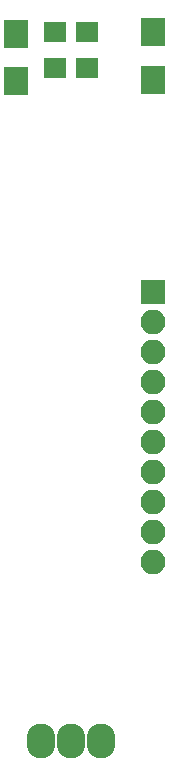
<source format=gbr>
G04 #@! TF.FileFunction,Soldermask,Top*
%FSLAX46Y46*%
G04 Gerber Fmt 4.6, Leading zero omitted, Abs format (unit mm)*
G04 Created by KiCad (PCBNEW 4.0.7-e2-6376~58~ubuntu16.04.1) date Mon Jun 25 07:50:44 2018*
%MOMM*%
%LPD*%
G01*
G04 APERTURE LIST*
%ADD10C,0.100000*%
%ADD11R,1.900000X1.700000*%
%ADD12R,2.100000X2.400000*%
%ADD13O,2.432000X2.940000*%
%ADD14R,2.100000X2.100000*%
%ADD15O,2.100000X2.100000*%
G04 APERTURE END LIST*
D10*
D11*
X169650000Y-42000000D03*
X172350000Y-42000000D03*
X169650000Y-45000000D03*
X172350000Y-45000000D03*
D12*
X178000000Y-46000000D03*
X178000000Y-42000000D03*
X166400000Y-42150000D03*
X166400000Y-46150000D03*
D13*
X171000000Y-102000000D03*
X173540000Y-102000000D03*
X168460000Y-102000000D03*
D14*
X178000000Y-64000000D03*
D15*
X178000000Y-66540000D03*
X178000000Y-69080000D03*
X178000000Y-71620000D03*
X178000000Y-74160000D03*
X178000000Y-76700000D03*
X178000000Y-79240000D03*
X178000000Y-81780000D03*
X178000000Y-84320000D03*
X178000000Y-86860000D03*
M02*

</source>
